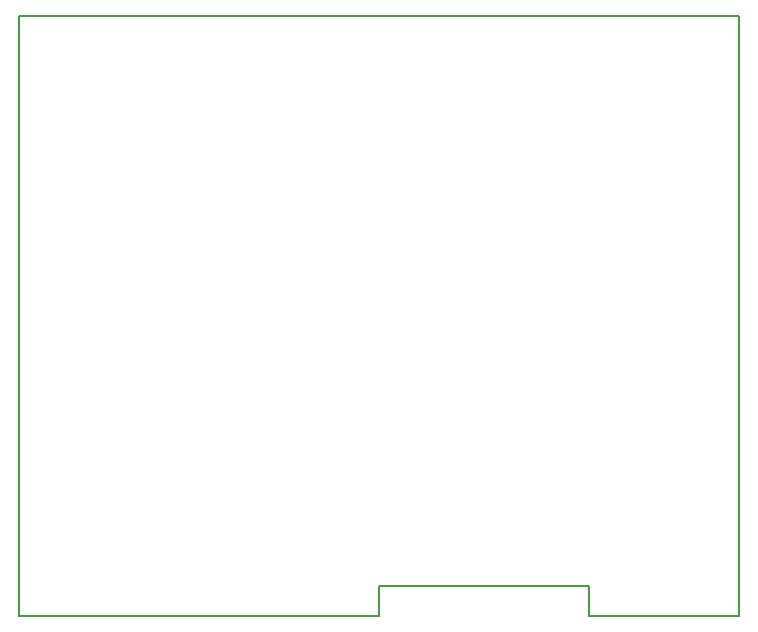
<source format=gbr>
G04 #@! TF.GenerationSoftware,KiCad,Pcbnew,5.0.2-bee76a0~70~ubuntu18.04.1*
G04 #@! TF.CreationDate,2019-02-21T11:42:00+01:00*
G04 #@! TF.ProjectId,PCB_Control,5043425f-436f-46e7-9472-6f6c2e6b6963,rev?*
G04 #@! TF.SameCoordinates,Original*
G04 #@! TF.FileFunction,Profile,NP*
%FSLAX46Y46*%
G04 Gerber Fmt 4.6, Leading zero omitted, Abs format (unit mm)*
G04 Created by KiCad (PCBNEW 5.0.2-bee76a0~70~ubuntu18.04.1) date jeu. 21 févr. 2019 11:42:00 CET*
%MOMM*%
%LPD*%
G01*
G04 APERTURE LIST*
%ADD10C,0.150000*%
G04 APERTURE END LIST*
D10*
X177800000Y-119380000D02*
X177800000Y-116840000D01*
X195580000Y-119380000D02*
X208280000Y-119380000D01*
X195580000Y-116840000D02*
X195580000Y-119380000D01*
X177800000Y-116840000D02*
X195580000Y-116840000D01*
X147320000Y-119380000D02*
X177800000Y-119380000D01*
X147320000Y-119380000D02*
X147320000Y-68580000D01*
X147320000Y-68580000D02*
X208280000Y-68580000D01*
X208280000Y-68580000D02*
X208280000Y-119380000D01*
M02*

</source>
